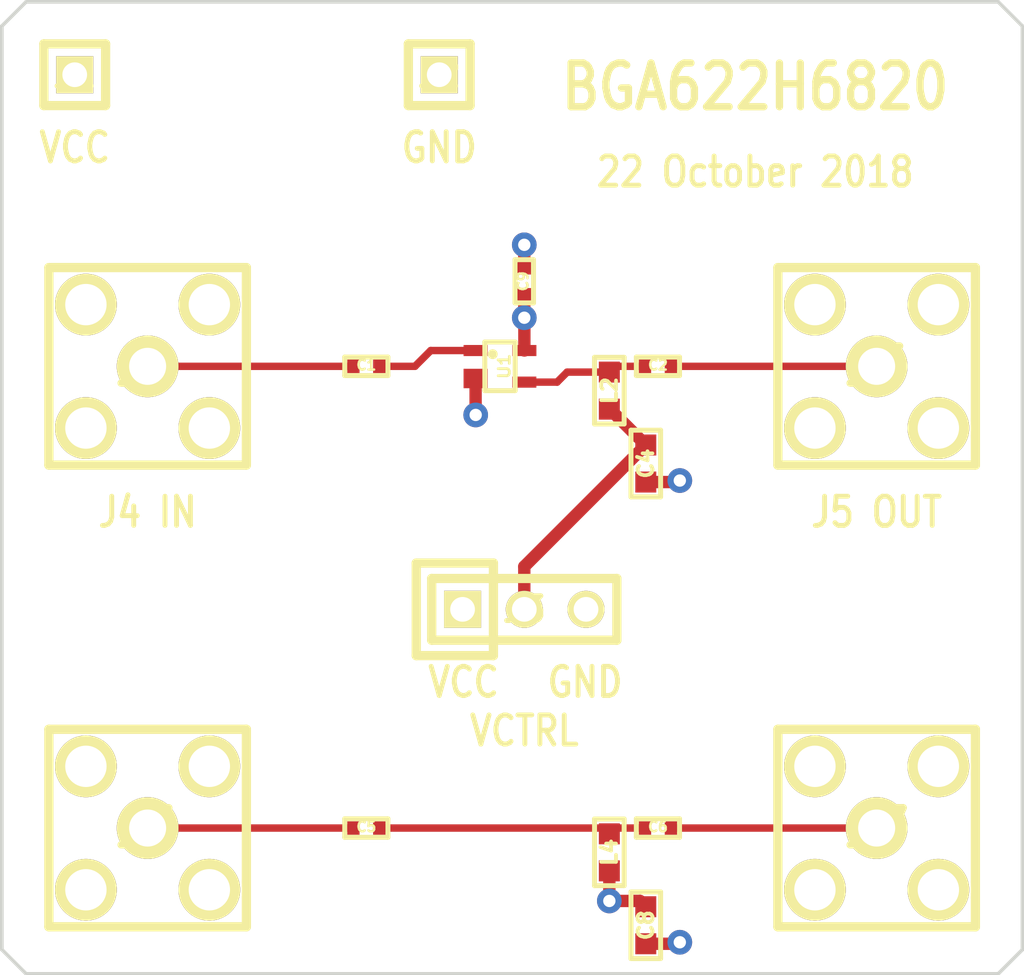
<source format=kicad_pcb>
(kicad_pcb (version 4) (host pcbnew 4.0.6)

  (general
    (links 37)
    (no_connects 0)
    (area 121.563572 65.924999 168.436428 106.075001)
    (thickness 1.6)
    (drawings 17)
    (tracks 39)
    (zones 0)
    (modules 17)
    (nets 11)
  )

  (page A4)
  (layers
    (0 C1F.Cu signal)
    (1 C2.Cu signal)
    (2 C3.Cu signal)
    (31 C4B.Cu signal)
    (32 B.Adhes user)
    (33 F.Adhes user)
    (34 B.Paste user)
    (35 F.Paste user)
    (36 B.SilkS user)
    (37 F.SilkS user)
    (38 B.Mask user)
    (39 F.Mask user)
    (40 Dwgs.User user)
    (41 Cmts.User user)
    (42 Eco1.User user)
    (43 Eco2.User user)
    (44 Edge.Cuts user)
    (45 Margin user)
    (46 B.CrtYd user)
    (47 F.CrtYd user)
    (48 B.Fab user)
    (49 F.Fab user)
  )

  (setup
    (last_trace_width 0.508)
    (user_trace_width 0.3048)
    (user_trace_width 0.508)
    (trace_clearance 0.127)
    (zone_clearance 0.1524)
    (zone_45_only no)
    (trace_min 0.127)
    (segment_width 0.2)
    (edge_width 0.15)
    (via_size 0.508)
    (via_drill 0.254)
    (via_min_size 0.4572)
    (via_min_drill 0.254)
    (user_via 0.762 0.381)
    (user_via 1.016 0.508)
    (uvia_size 0.4572)
    (uvia_drill 0.254)
    (uvias_allowed no)
    (uvia_min_size 0)
    (uvia_min_drill 0)
    (pcb_text_width 0.3)
    (pcb_text_size 1.5 1.5)
    (mod_edge_width 0.15)
    (mod_text_size 1 1)
    (mod_text_width 0.15)
    (pad_size 1.524 1.524)
    (pad_drill 0.762)
    (pad_to_mask_clearance 0.0762)
    (pad_to_paste_clearance_ratio -0.05)
    (aux_axis_origin 0 0)
    (visible_elements FFFFFF7F)
    (pcbplotparams
      (layerselection 0x010f8_80000007)
      (usegerberextensions true)
      (excludeedgelayer true)
      (linewidth 0.200000)
      (plotframeref false)
      (viasonmask false)
      (mode 1)
      (useauxorigin false)
      (hpglpennumber 1)
      (hpglpenspeed 20)
      (hpglpendiameter 15)
      (hpglpenoverlay 2)
      (psnegative false)
      (psa4output false)
      (plotreference false)
      (plotvalue false)
      (plotinvisibletext false)
      (padsonsilk false)
      (subtractmaskfromsilk false)
      (outputformat 1)
      (mirror false)
      (drillshape 0)
      (scaleselection 1)
      (outputdirectory gerber))
  )

  (net 0 "")
  (net 1 "Net-(C1-Pad2)")
  (net 2 "Net-(C1-Pad1)")
  (net 3 "Net-(C2-Pad2)")
  (net 4 "Net-(C2-Pad1)")
  (net 5 GND)
  (net 6 VCC)
  (net 7 "Net-(C5-Pad2)")
  (net 8 "Net-(C5-Pad1)")
  (net 9 "Net-(C6-Pad1)")
  (net 10 "Net-(C4-Pad2)")

  (net_class Default "This is the default net class."
    (clearance 0.127)
    (trace_width 0.2032)
    (via_dia 0.508)
    (via_drill 0.254)
    (uvia_dia 0.4572)
    (uvia_drill 0.254)
    (add_net GND)
    (add_net "Net-(C1-Pad1)")
    (add_net "Net-(C1-Pad2)")
    (add_net "Net-(C2-Pad1)")
    (add_net "Net-(C2-Pad2)")
    (add_net "Net-(C4-Pad2)")
    (add_net "Net-(C5-Pad1)")
    (add_net "Net-(C5-Pad2)")
    (add_net "Net-(C6-Pad1)")
    (add_net VCC)
  )

  (module gsg-modules:0402 (layer C1F.Cu) (tedit 4FB6CFE4) (tstamp 5BCE4E4D)
    (at 139 81 180)
    (path /5BCE4C25)
    (solder_mask_margin 0.1016)
    (fp_text reference C1 (at 0 0.0508 180) (layer F.SilkS)
      (effects (font (size 0.4064 0.4064) (thickness 0.1016)))
    )
    (fp_text value 100nF (at 0 0.0508 180) (layer F.SilkS) hide
      (effects (font (size 0.4064 0.4064) (thickness 0.1016)))
    )
    (fp_line (start 0.889 -0.381) (end 0.889 0.381) (layer F.SilkS) (width 0.2032))
    (fp_line (start 0.889 0.381) (end -0.889 0.381) (layer F.SilkS) (width 0.2032))
    (fp_line (start -0.889 0.381) (end -0.889 -0.381) (layer F.SilkS) (width 0.2032))
    (fp_line (start -0.889 -0.381) (end 0.889 -0.381) (layer F.SilkS) (width 0.2032))
    (pad 2 smd rect (at 0.5334 0 180) (size 0.508 0.5588) (layers C1F.Cu F.Paste F.Mask)
      (net 1 "Net-(C1-Pad2)") (solder_mask_margin 0.1016))
    (pad 1 smd rect (at -0.5334 0 180) (size 0.508 0.5588) (layers C1F.Cu F.Paste F.Mask)
      (net 2 "Net-(C1-Pad1)") (solder_mask_margin 0.1016))
  )

  (module gsg-modules:0402 (layer C1F.Cu) (tedit 4FB6CFE4) (tstamp 5BCE4E53)
    (at 151 81 180)
    (path /5BCE4BA2)
    (solder_mask_margin 0.1016)
    (fp_text reference C2 (at 0 0.0508 180) (layer F.SilkS)
      (effects (font (size 0.4064 0.4064) (thickness 0.1016)))
    )
    (fp_text value 100nF (at 0 0.0508 180) (layer F.SilkS) hide
      (effects (font (size 0.4064 0.4064) (thickness 0.1016)))
    )
    (fp_line (start 0.889 -0.381) (end 0.889 0.381) (layer F.SilkS) (width 0.2032))
    (fp_line (start 0.889 0.381) (end -0.889 0.381) (layer F.SilkS) (width 0.2032))
    (fp_line (start -0.889 0.381) (end -0.889 -0.381) (layer F.SilkS) (width 0.2032))
    (fp_line (start -0.889 -0.381) (end 0.889 -0.381) (layer F.SilkS) (width 0.2032))
    (pad 2 smd rect (at 0.5334 0 180) (size 0.508 0.5588) (layers C1F.Cu F.Paste F.Mask)
      (net 3 "Net-(C2-Pad2)") (solder_mask_margin 0.1016))
    (pad 1 smd rect (at -0.5334 0 180) (size 0.508 0.5588) (layers C1F.Cu F.Paste F.Mask)
      (net 4 "Net-(C2-Pad1)") (solder_mask_margin 0.1016))
  )

  (module gsg-modules:0603 (layer C1F.Cu) (tedit 5605D54C) (tstamp 5BCE4E5F)
    (at 150.5 85 90)
    (path /5BCE4E0B)
    (solder_mask_margin 0.1016)
    (fp_text reference C4 (at 0 0 90) (layer F.SilkS)
      (effects (font (size 0.6096 0.6096) (thickness 0.1524)))
    )
    (fp_text value 1uF (at 0 0 90) (layer F.SilkS) hide
      (effects (font (size 0.6096 0.6096) (thickness 0.1524)))
    )
    (fp_line (start 1.3716 -0.6096) (end -1.3716 -0.6096) (layer F.SilkS) (width 0.2032))
    (fp_line (start -1.3716 -0.6096) (end -1.3716 0.6096) (layer F.SilkS) (width 0.2032))
    (fp_line (start -1.3716 0.6096) (end 1.3716 0.6096) (layer F.SilkS) (width 0.2032))
    (fp_line (start 1.3716 0.6096) (end 1.3716 -0.6096) (layer F.SilkS) (width 0.2032))
    (pad 2 smd rect (at 0.762 0 90) (size 0.8636 0.8636) (layers C1F.Cu F.Paste F.Mask)
      (net 10 "Net-(C4-Pad2)") (solder_mask_margin 0.1016) (clearance 0.1778))
    (pad 1 smd rect (at -0.762 0 90) (size 0.8636 0.8636) (layers C1F.Cu F.Paste F.Mask)
      (net 5 GND) (solder_mask_margin 0.1016) (clearance 0.1778))
  )

  (module gsg-modules:0402 (layer C1F.Cu) (tedit 4FB6CFE4) (tstamp 5BCE4E65)
    (at 139 100 180)
    (path /5BCE6029)
    (solder_mask_margin 0.1016)
    (fp_text reference C5 (at 0 0.0508 180) (layer F.SilkS)
      (effects (font (size 0.4064 0.4064) (thickness 0.1016)))
    )
    (fp_text value 100nF (at 0 0.0508 180) (layer F.SilkS) hide
      (effects (font (size 0.4064 0.4064) (thickness 0.1016)))
    )
    (fp_line (start 0.889 -0.381) (end 0.889 0.381) (layer F.SilkS) (width 0.2032))
    (fp_line (start 0.889 0.381) (end -0.889 0.381) (layer F.SilkS) (width 0.2032))
    (fp_line (start -0.889 0.381) (end -0.889 -0.381) (layer F.SilkS) (width 0.2032))
    (fp_line (start -0.889 -0.381) (end 0.889 -0.381) (layer F.SilkS) (width 0.2032))
    (pad 2 smd rect (at 0.5334 0 180) (size 0.508 0.5588) (layers C1F.Cu F.Paste F.Mask)
      (net 7 "Net-(C5-Pad2)") (solder_mask_margin 0.1016))
    (pad 1 smd rect (at -0.5334 0 180) (size 0.508 0.5588) (layers C1F.Cu F.Paste F.Mask)
      (net 8 "Net-(C5-Pad1)") (solder_mask_margin 0.1016))
  )

  (module gsg-modules:0402 (layer C1F.Cu) (tedit 4FB6CFE4) (tstamp 5BCE4E6B)
    (at 151 100 180)
    (path /5BCE6023)
    (solder_mask_margin 0.1016)
    (fp_text reference C6 (at 0 0.0508 180) (layer F.SilkS)
      (effects (font (size 0.4064 0.4064) (thickness 0.1016)))
    )
    (fp_text value 100nF (at 0 0.0508 180) (layer F.SilkS) hide
      (effects (font (size 0.4064 0.4064) (thickness 0.1016)))
    )
    (fp_line (start 0.889 -0.381) (end 0.889 0.381) (layer F.SilkS) (width 0.2032))
    (fp_line (start 0.889 0.381) (end -0.889 0.381) (layer F.SilkS) (width 0.2032))
    (fp_line (start -0.889 0.381) (end -0.889 -0.381) (layer F.SilkS) (width 0.2032))
    (fp_line (start -0.889 -0.381) (end 0.889 -0.381) (layer F.SilkS) (width 0.2032))
    (pad 2 smd rect (at 0.5334 0 180) (size 0.508 0.5588) (layers C1F.Cu F.Paste F.Mask)
      (net 8 "Net-(C5-Pad1)") (solder_mask_margin 0.1016))
    (pad 1 smd rect (at -0.5334 0 180) (size 0.508 0.5588) (layers C1F.Cu F.Paste F.Mask)
      (net 9 "Net-(C6-Pad1)") (solder_mask_margin 0.1016))
  )

  (module gsg-modules:0603 (layer C1F.Cu) (tedit 5605D54C) (tstamp 5BCE4E77)
    (at 150.5 104 90)
    (path /5BCE6035)
    (solder_mask_margin 0.1016)
    (fp_text reference C8 (at 0 0 90) (layer F.SilkS)
      (effects (font (size 0.6096 0.6096) (thickness 0.1524)))
    )
    (fp_text value 1uF (at 0 0 90) (layer F.SilkS) hide
      (effects (font (size 0.6096 0.6096) (thickness 0.1524)))
    )
    (fp_line (start 1.3716 -0.6096) (end -1.3716 -0.6096) (layer F.SilkS) (width 0.2032))
    (fp_line (start -1.3716 -0.6096) (end -1.3716 0.6096) (layer F.SilkS) (width 0.2032))
    (fp_line (start -1.3716 0.6096) (end 1.3716 0.6096) (layer F.SilkS) (width 0.2032))
    (fp_line (start 1.3716 0.6096) (end 1.3716 -0.6096) (layer F.SilkS) (width 0.2032))
    (pad 2 smd rect (at 0.762 0 90) (size 0.8636 0.8636) (layers C1F.Cu F.Paste F.Mask)
      (net 6 VCC) (solder_mask_margin 0.1016) (clearance 0.1778))
    (pad 1 smd rect (at -0.762 0 90) (size 0.8636 0.8636) (layers C1F.Cu F.Paste F.Mask)
      (net 5 GND) (solder_mask_margin 0.1016) (clearance 0.1778))
  )

  (module gsg-modules:HEADER-1x1 (layer C1F.Cu) (tedit 4F8A5E1C) (tstamp 5BCE4E7C)
    (at 127 69)
    (tags CONN)
    (path /5BCE598B)
    (fp_text reference J1 (at 0 0) (layer F.SilkS)
      (effects (font (size 1.016 1.016) (thickness 0.2032)))
    )
    (fp_text value CONN_01X01 (at 0 0) (layer F.SilkS) hide
      (effects (font (size 1.016 1.016) (thickness 0.2032)))
    )
    (fp_line (start -1.27 -1.27) (end 1.27 -1.27) (layer F.SilkS) (width 0.381))
    (fp_line (start 1.27 -1.27) (end 1.27 1.27) (layer F.SilkS) (width 0.381))
    (fp_line (start 1.27 1.27) (end -1.27 1.27) (layer F.SilkS) (width 0.381))
    (fp_line (start -1.27 -1.27) (end -1.27 1.27) (layer F.SilkS) (width 0.381))
    (pad 1 thru_hole rect (at 0 0) (size 1.524 1.524) (drill 1.016) (layers *.Cu *.Mask F.SilkS)
      (net 6 VCC))
  )

  (module gsg-modules:HEADER-1x1 (layer C1F.Cu) (tedit 4F8A5E1C) (tstamp 5BCE4E81)
    (at 142 69)
    (tags CONN)
    (path /5BCE5A4E)
    (fp_text reference J2 (at 0 0) (layer F.SilkS)
      (effects (font (size 1.016 1.016) (thickness 0.2032)))
    )
    (fp_text value CONN_01X01 (at 0 0) (layer F.SilkS) hide
      (effects (font (size 1.016 1.016) (thickness 0.2032)))
    )
    (fp_line (start -1.27 -1.27) (end 1.27 -1.27) (layer F.SilkS) (width 0.381))
    (fp_line (start 1.27 -1.27) (end 1.27 1.27) (layer F.SilkS) (width 0.381))
    (fp_line (start 1.27 1.27) (end -1.27 1.27) (layer F.SilkS) (width 0.381))
    (fp_line (start -1.27 -1.27) (end -1.27 1.27) (layer F.SilkS) (width 0.381))
    (pad 1 thru_hole rect (at 0 0) (size 1.524 1.524) (drill 1.016) (layers *.Cu *.Mask F.SilkS)
      (net 5 GND))
  )

  (module gsg-modules:HEADER-1x3 (layer C1F.Cu) (tedit 4F8A5ED8) (tstamp 5BCE4E88)
    (at 145.5 91)
    (tags CONN)
    (path /5BCE5466)
    (fp_text reference J3 (at 0 0) (layer F.SilkS)
      (effects (font (size 1.016 1.016) (thickness 0.2032)))
    )
    (fp_text value CONN_01X03 (at 0 0) (layer F.SilkS) hide
      (effects (font (size 1.016 1.016) (thickness 0.2032)))
    )
    (fp_line (start -3.81 -1.27) (end 3.81 -1.27) (layer F.SilkS) (width 0.381))
    (fp_line (start 3.81 -1.27) (end 3.81 1.27) (layer F.SilkS) (width 0.381))
    (fp_line (start 3.81 1.27) (end -3.81 1.27) (layer F.SilkS) (width 0.381))
    (fp_line (start -1.27 1.905) (end -1.27 -1.905) (layer F.SilkS) (width 0.381))
    (fp_line (start -1.27 -1.905) (end -4.445 -1.905) (layer F.SilkS) (width 0.381))
    (fp_line (start -4.445 -1.905) (end -4.445 1.905) (layer F.SilkS) (width 0.381))
    (fp_line (start -3.81 -1.27) (end -3.81 1.27) (layer F.SilkS) (width 0.381))
    (fp_line (start -4.445 1.905) (end -1.27 1.905) (layer F.SilkS) (width 0.381))
    (pad 1 thru_hole rect (at -2.54 0) (size 1.524 1.524) (drill 1.016) (layers *.Cu *.Mask F.SilkS)
      (net 6 VCC))
    (pad 2 thru_hole circle (at 0 0) (size 1.524 1.524) (drill 1.016) (layers *.Cu *.Mask F.SilkS)
      (net 10 "Net-(C4-Pad2)"))
    (pad 3 thru_hole circle (at 2.54 0) (size 1.524 1.524) (drill 1.016) (layers *.Cu *.Mask F.SilkS)
      (net 5 GND))
  )

  (module gsg-modules:SMA-VERTICAL (layer C1F.Cu) (tedit 56DA6AD7) (tstamp 5BCE4E91)
    (at 130 81)
    (path /5BCE498F)
    (fp_text reference J4 (at 0 0) (layer F.SilkS)
      (effects (font (thickness 0.3048)))
    )
    (fp_text value CONN_COAXIAL (at 0 0) (layer F.SilkS) hide
      (effects (font (thickness 0.3048)))
    )
    (fp_line (start -4.064 -4.064) (end -4.064 4.064) (layer F.SilkS) (width 0.381))
    (fp_line (start -4.064 4.064) (end 4.064 4.064) (layer F.SilkS) (width 0.381))
    (fp_line (start 4.064 4.064) (end 4.064 -4.064) (layer F.SilkS) (width 0.381))
    (fp_line (start 4.064 -4.064) (end -4.064 -4.064) (layer F.SilkS) (width 0.381))
    (pad 1 thru_hole circle (at 0 0) (size 2.54 2.54) (drill 1.524) (layers *.Cu *.Mask F.SilkS)
      (net 1 "Net-(C1-Pad2)"))
    (pad 2 thru_hole circle (at -2.54 -2.54) (size 2.54 2.54) (drill 1.7018) (layers *.Cu *.Mask F.SilkS)
      (net 5 GND))
    (pad 2 thru_hole circle (at -2.54 2.54) (size 2.54 2.54) (drill 1.7018) (layers *.Cu *.Mask F.SilkS)
      (net 5 GND))
    (pad 2 thru_hole circle (at 2.54 2.54) (size 2.54 2.54) (drill 1.7018) (layers *.Cu *.Mask F.SilkS)
      (net 5 GND))
    (pad 2 thru_hole circle (at 2.54 -2.54) (size 2.54 2.54) (drill 1.7018) (layers *.Cu *.Mask F.SilkS)
      (net 5 GND))
  )

  (module gsg-modules:SMA-VERTICAL (layer C1F.Cu) (tedit 56DA6AD7) (tstamp 5BCE4E9A)
    (at 160 81)
    (path /5BCE48F3)
    (fp_text reference J5 (at 0 0) (layer F.SilkS)
      (effects (font (thickness 0.3048)))
    )
    (fp_text value CONN_COAXIAL (at 0 0) (layer F.SilkS) hide
      (effects (font (thickness 0.3048)))
    )
    (fp_line (start -4.064 -4.064) (end -4.064 4.064) (layer F.SilkS) (width 0.381))
    (fp_line (start -4.064 4.064) (end 4.064 4.064) (layer F.SilkS) (width 0.381))
    (fp_line (start 4.064 4.064) (end 4.064 -4.064) (layer F.SilkS) (width 0.381))
    (fp_line (start 4.064 -4.064) (end -4.064 -4.064) (layer F.SilkS) (width 0.381))
    (pad 1 thru_hole circle (at 0 0) (size 2.54 2.54) (drill 1.524) (layers *.Cu *.Mask F.SilkS)
      (net 4 "Net-(C2-Pad1)"))
    (pad 2 thru_hole circle (at -2.54 -2.54) (size 2.54 2.54) (drill 1.7018) (layers *.Cu *.Mask F.SilkS)
      (net 5 GND))
    (pad 2 thru_hole circle (at -2.54 2.54) (size 2.54 2.54) (drill 1.7018) (layers *.Cu *.Mask F.SilkS)
      (net 5 GND))
    (pad 2 thru_hole circle (at 2.54 2.54) (size 2.54 2.54) (drill 1.7018) (layers *.Cu *.Mask F.SilkS)
      (net 5 GND))
    (pad 2 thru_hole circle (at 2.54 -2.54) (size 2.54 2.54) (drill 1.7018) (layers *.Cu *.Mask F.SilkS)
      (net 5 GND))
  )

  (module gsg-modules:SMA-VERTICAL (layer C1F.Cu) (tedit 56DA6AD7) (tstamp 5BCE4EA3)
    (at 130 100)
    (path /5BCE6017)
    (fp_text reference J6 (at 0 0) (layer F.SilkS)
      (effects (font (thickness 0.3048)))
    )
    (fp_text value CONN_COAXIAL (at 0 0) (layer F.SilkS) hide
      (effects (font (thickness 0.3048)))
    )
    (fp_line (start -4.064 -4.064) (end -4.064 4.064) (layer F.SilkS) (width 0.381))
    (fp_line (start -4.064 4.064) (end 4.064 4.064) (layer F.SilkS) (width 0.381))
    (fp_line (start 4.064 4.064) (end 4.064 -4.064) (layer F.SilkS) (width 0.381))
    (fp_line (start 4.064 -4.064) (end -4.064 -4.064) (layer F.SilkS) (width 0.381))
    (pad 1 thru_hole circle (at 0 0) (size 2.54 2.54) (drill 1.524) (layers *.Cu *.Mask F.SilkS)
      (net 7 "Net-(C5-Pad2)"))
    (pad 2 thru_hole circle (at -2.54 -2.54) (size 2.54 2.54) (drill 1.7018) (layers *.Cu *.Mask F.SilkS)
      (net 5 GND))
    (pad 2 thru_hole circle (at -2.54 2.54) (size 2.54 2.54) (drill 1.7018) (layers *.Cu *.Mask F.SilkS)
      (net 5 GND))
    (pad 2 thru_hole circle (at 2.54 2.54) (size 2.54 2.54) (drill 1.7018) (layers *.Cu *.Mask F.SilkS)
      (net 5 GND))
    (pad 2 thru_hole circle (at 2.54 -2.54) (size 2.54 2.54) (drill 1.7018) (layers *.Cu *.Mask F.SilkS)
      (net 5 GND))
  )

  (module gsg-modules:SMA-VERTICAL (layer C1F.Cu) (tedit 56DA6AD7) (tstamp 5BCE4EAC)
    (at 160 100)
    (path /5BCE6011)
    (fp_text reference J7 (at 0 0) (layer F.SilkS)
      (effects (font (thickness 0.3048)))
    )
    (fp_text value CONN_COAXIAL (at 0 0) (layer F.SilkS) hide
      (effects (font (thickness 0.3048)))
    )
    (fp_line (start -4.064 -4.064) (end -4.064 4.064) (layer F.SilkS) (width 0.381))
    (fp_line (start -4.064 4.064) (end 4.064 4.064) (layer F.SilkS) (width 0.381))
    (fp_line (start 4.064 4.064) (end 4.064 -4.064) (layer F.SilkS) (width 0.381))
    (fp_line (start 4.064 -4.064) (end -4.064 -4.064) (layer F.SilkS) (width 0.381))
    (pad 1 thru_hole circle (at 0 0) (size 2.54 2.54) (drill 1.524) (layers *.Cu *.Mask F.SilkS)
      (net 9 "Net-(C6-Pad1)"))
    (pad 2 thru_hole circle (at -2.54 -2.54) (size 2.54 2.54) (drill 1.7018) (layers *.Cu *.Mask F.SilkS)
      (net 5 GND))
    (pad 2 thru_hole circle (at -2.54 2.54) (size 2.54 2.54) (drill 1.7018) (layers *.Cu *.Mask F.SilkS)
      (net 5 GND))
    (pad 2 thru_hole circle (at 2.54 2.54) (size 2.54 2.54) (drill 1.7018) (layers *.Cu *.Mask F.SilkS)
      (net 5 GND))
    (pad 2 thru_hole circle (at 2.54 -2.54) (size 2.54 2.54) (drill 1.7018) (layers *.Cu *.Mask F.SilkS)
      (net 5 GND))
  )

  (module gsg-modules:0603 (layer C1F.Cu) (tedit 5605D54C) (tstamp 5BCE4EB8)
    (at 149 82 270)
    (path /5BCE4D52)
    (solder_mask_margin 0.1016)
    (fp_text reference L2 (at 0 0 270) (layer F.SilkS)
      (effects (font (size 0.6096 0.6096) (thickness 0.1524)))
    )
    (fp_text value 10uH (at 0 0 270) (layer F.SilkS) hide
      (effects (font (size 0.6096 0.6096) (thickness 0.1524)))
    )
    (fp_line (start 1.3716 -0.6096) (end -1.3716 -0.6096) (layer F.SilkS) (width 0.2032))
    (fp_line (start -1.3716 -0.6096) (end -1.3716 0.6096) (layer F.SilkS) (width 0.2032))
    (fp_line (start -1.3716 0.6096) (end 1.3716 0.6096) (layer F.SilkS) (width 0.2032))
    (fp_line (start 1.3716 0.6096) (end 1.3716 -0.6096) (layer F.SilkS) (width 0.2032))
    (pad 2 smd rect (at 0.762 0 270) (size 0.8636 0.8636) (layers C1F.Cu F.Paste F.Mask)
      (net 10 "Net-(C4-Pad2)") (solder_mask_margin 0.1016) (clearance 0.1778))
    (pad 1 smd rect (at -0.762 0 270) (size 0.8636 0.8636) (layers C1F.Cu F.Paste F.Mask)
      (net 3 "Net-(C2-Pad2)") (solder_mask_margin 0.1016) (clearance 0.1778))
  )

  (module gsg-modules:0603 (layer C1F.Cu) (tedit 5605D54C) (tstamp 5BCE4EC4)
    (at 149 101 270)
    (path /5BCE602F)
    (solder_mask_margin 0.1016)
    (fp_text reference L4 (at 0 0 270) (layer F.SilkS)
      (effects (font (size 0.6096 0.6096) (thickness 0.1524)))
    )
    (fp_text value 10uH (at 0 0 270) (layer F.SilkS) hide
      (effects (font (size 0.6096 0.6096) (thickness 0.1524)))
    )
    (fp_line (start 1.3716 -0.6096) (end -1.3716 -0.6096) (layer F.SilkS) (width 0.2032))
    (fp_line (start -1.3716 -0.6096) (end -1.3716 0.6096) (layer F.SilkS) (width 0.2032))
    (fp_line (start -1.3716 0.6096) (end 1.3716 0.6096) (layer F.SilkS) (width 0.2032))
    (fp_line (start 1.3716 0.6096) (end 1.3716 -0.6096) (layer F.SilkS) (width 0.2032))
    (pad 2 smd rect (at 0.762 0 270) (size 0.8636 0.8636) (layers C1F.Cu F.Paste F.Mask)
      (net 6 VCC) (solder_mask_margin 0.1016) (clearance 0.1778))
    (pad 1 smd rect (at -0.762 0 270) (size 0.8636 0.8636) (layers C1F.Cu F.Paste F.Mask)
      (net 8 "Net-(C5-Pad1)") (solder_mask_margin 0.1016) (clearance 0.1778))
  )

  (module gsg-modules:0402 (layer C1F.Cu) (tedit 4FB6CFE4) (tstamp 5BCE4F82)
    (at 145.5 77.5 270)
    (path /5BCE58AF)
    (solder_mask_margin 0.1016)
    (fp_text reference C9 (at 0 0.0508 270) (layer F.SilkS)
      (effects (font (size 0.4064 0.4064) (thickness 0.1016)))
    )
    (fp_text value 100nF (at 0 0.0508 270) (layer F.SilkS) hide
      (effects (font (size 0.4064 0.4064) (thickness 0.1016)))
    )
    (fp_line (start 0.889 -0.381) (end 0.889 0.381) (layer F.SilkS) (width 0.2032))
    (fp_line (start 0.889 0.381) (end -0.889 0.381) (layer F.SilkS) (width 0.2032))
    (fp_line (start -0.889 0.381) (end -0.889 -0.381) (layer F.SilkS) (width 0.2032))
    (fp_line (start -0.889 -0.381) (end 0.889 -0.381) (layer F.SilkS) (width 0.2032))
    (pad 2 smd rect (at 0.5334 0 270) (size 0.508 0.5588) (layers C1F.Cu F.Paste F.Mask)
      (net 6 VCC) (solder_mask_margin 0.1016))
    (pad 1 smd rect (at -0.5334 0 270) (size 0.508 0.5588) (layers C1F.Cu F.Paste F.Mask)
      (net 5 GND) (solder_mask_margin 0.1016))
  )

  (module gsg-modules:SOT343 (layer C1F.Cu) (tedit 50A999BA) (tstamp 5BCE6D7A)
    (at 144.5 81 270)
    (path /5BCE6C79)
    (fp_text reference U1 (at 0 -0.1778 270) (layer F.SilkS)
      (effects (font (size 0.4572 0.508) (thickness 0.1143)))
    )
    (fp_text value BGA622 (at 0 0 270) (layer F.SilkS) hide
      (effects (font (size 0.635 0.635) (thickness 0.16002)))
    )
    (fp_line (start -1.00076 -0.62484) (end 1.00076 -0.62484) (layer F.SilkS) (width 0.2032))
    (fp_line (start 1.00076 -0.62484) (end 1.00076 0.62484) (layer F.SilkS) (width 0.2032))
    (fp_line (start 1.00076 0.62484) (end -1.00076 0.62484) (layer F.SilkS) (width 0.2032))
    (fp_line (start -1.00076 0.62484) (end -1.00076 -0.62484) (layer F.SilkS) (width 0.2032))
    (fp_circle (center -0.50038 0.29972) (end -0.39878 0.29972) (layer F.SilkS) (width 0.2032))
    (pad 1 smd rect (at -0.65024 1.0033 270) (size 0.4572 0.9906) (layers C1F.Cu F.Paste F.Mask)
      (net 2 "Net-(C1-Pad1)") (die_length 0.08382))
    (pad 2 smd rect (at 0.50038 1.0033 270) (size 0.8001 0.9906) (layers C1F.Cu F.Paste F.Mask)
      (net 5 GND) (die_length -2147.483648))
    (pad 4 smd rect (at -0.65024 -1.0033 270) (size 0.4572 0.9906) (layers C1F.Cu F.Paste F.Mask)
      (net 6 VCC) (die_length -2147.483648))
    (pad 3 smd rect (at 0.65024 -1.00076 270) (size 0.4572 0.9906) (layers C1F.Cu F.Paste F.Mask)
      (net 3 "Net-(C2-Pad2)") (die_length 0.12192))
  )

  (gr_text "J5 OUT" (at 160 87) (layer F.SilkS)
    (effects (font (size 1.2 1) (thickness 0.2)))
  )
  (gr_text "J4 IN" (at 130 87) (layer F.SilkS)
    (effects (font (size 1.2 1) (thickness 0.2)))
  )
  (gr_text "22 October 2018" (at 155 73) (layer F.SilkS)
    (effects (font (size 1.2 1) (thickness 0.2)))
  )
  (gr_text BGA622H6820 (at 155 69.5) (layer F.SilkS)
    (effects (font (size 1.8 1.5) (thickness 0.3)))
  )
  (gr_text VCTRL (at 145.5 96) (layer F.SilkS)
    (effects (font (size 1.2 1) (thickness 0.2)))
  )
  (gr_text GND (at 148 94) (layer F.SilkS)
    (effects (font (size 1.2 1) (thickness 0.2)))
  )
  (gr_text VCC (at 143 94) (layer F.SilkS)
    (effects (font (size 1.2 1) (thickness 0.2)))
  )
  (gr_text GND (at 142 72) (layer F.SilkS)
    (effects (font (size 1.2 1) (thickness 0.2)))
  )
  (gr_text VCC (at 127 72) (layer F.SilkS)
    (effects (font (size 1.2 1) (thickness 0.2)))
  )
  (gr_line (start 125 66) (end 124 67) (angle 90) (layer Edge.Cuts) (width 0.15))
  (gr_line (start 165 66) (end 125 66) (angle 90) (layer Edge.Cuts) (width 0.15))
  (gr_line (start 166 67) (end 165 66) (angle 90) (layer Edge.Cuts) (width 0.15))
  (gr_line (start 166 105) (end 166 67) (angle 90) (layer Edge.Cuts) (width 0.15))
  (gr_line (start 165 106) (end 166 105) (angle 90) (layer Edge.Cuts) (width 0.15))
  (gr_line (start 125 106) (end 165 106) (angle 90) (layer Edge.Cuts) (width 0.15))
  (gr_line (start 124 105) (end 125 106) (angle 90) (layer Edge.Cuts) (width 0.15))
  (gr_line (start 124 67) (end 124 105) (angle 90) (layer Edge.Cuts) (width 0.15))

  (segment (start 138.4666 81) (end 130 81) (width 0.3048) (layer C1F.Cu) (net 1))
  (segment (start 143.4967 80.34976) (end 141.65024 80.34976) (width 0.3048) (layer C1F.Cu) (net 2))
  (segment (start 141 81) (end 139.5334 81) (width 0.3048) (layer C1F.Cu) (net 2) (tstamp 5BCE6DBF))
  (segment (start 141.65024 80.34976) (end 141 81) (width 0.3048) (layer C1F.Cu) (net 2) (tstamp 5BCE6DBE))
  (segment (start 145.50076 81.65024) (end 146.84976 81.65024) (width 0.3048) (layer C1F.Cu) (net 3))
  (segment (start 147.262 81.238) (end 149 81.238) (width 0.3048) (layer C1F.Cu) (net 3) (tstamp 5BCE6DC3))
  (segment (start 146.84976 81.65024) (end 147.262 81.238) (width 0.3048) (layer C1F.Cu) (net 3) (tstamp 5BCE6DC2))
  (segment (start 150.4666 81) (end 149.238 81) (width 0.3048) (layer C1F.Cu) (net 3))
  (segment (start 149.238 81) (end 149 81.238) (width 0.3048) (layer C1F.Cu) (net 3) (tstamp 5BCE538E))
  (segment (start 151.5334 81) (end 160 81) (width 0.3048) (layer C1F.Cu) (net 4))
  (segment (start 145.5 76.9666) (end 145.5 76) (width 0.508) (layer C1F.Cu) (net 5))
  (via (at 145.5 76) (size 1.016) (drill 0.508) (layers C1F.Cu C4B.Cu) (net 5))
  (segment (start 143.4967 81.50038) (end 143.4967 82.9967) (width 0.508) (layer C1F.Cu) (net 5))
  (via (at 143.5 83) (size 1.016) (drill 0.508) (layers C1F.Cu C4B.Cu) (net 5))
  (segment (start 143.4967 82.9967) (end 143.5 83) (width 0.508) (layer C1F.Cu) (net 5) (tstamp 5BCE6DC7))
  (segment (start 150.5 104.762) (end 151.838 104.762) (width 0.508) (layer C1F.Cu) (net 5))
  (via (at 151.9 104.7) (size 1.016) (drill 0.508) (layers C1F.Cu C4B.Cu) (net 5))
  (segment (start 151.838 104.762) (end 151.9 104.7) (width 0.508) (layer C1F.Cu) (net 5) (tstamp 5BCE5534))
  (segment (start 150.5 85.762) (end 151.838 85.762) (width 0.508) (layer C1F.Cu) (net 5))
  (via (at 151.9 85.7) (size 1.016) (drill 0.508) (layers C1F.Cu C4B.Cu) (net 5))
  (segment (start 151.838 85.762) (end 151.9 85.7) (width 0.508) (layer C1F.Cu) (net 5) (tstamp 5BCE552B))
  (segment (start 145.5 78.0334) (end 145.5 79) (width 0.508) (layer C1F.Cu) (net 6))
  (segment (start 145.5033 79.0033) (end 145.5 79) (width 0.508) (layer C1F.Cu) (net 6) (tstamp 5BCE6DCC))
  (via (at 145.5 79) (size 1.016) (drill 0.508) (layers C1F.Cu C4B.Cu) (net 6))
  (segment (start 145.5033 79.0033) (end 145.5033 80.34976) (width 0.508) (layer C1F.Cu) (net 6))
  (segment (start 150.262 103) (end 149 103) (width 0.508) (layer C1F.Cu) (net 6))
  (via (at 149 103) (size 1.016) (drill 0.508) (layers C1F.Cu C4B.Cu) (net 6))
  (segment (start 149 103) (end 149 101.762) (width 0.508) (layer C1F.Cu) (net 6))
  (segment (start 150.262 103) (end 150.5 103.238) (width 0.508) (layer C1F.Cu) (net 6) (tstamp 5BCE5519))
  (segment (start 138.4666 100) (end 130 100) (width 0.3048) (layer C1F.Cu) (net 7))
  (segment (start 139.5334 100) (end 148.762 100) (width 0.3048) (layer C1F.Cu) (net 8))
  (segment (start 148.762 100) (end 149 100.238) (width 0.3048) (layer C1F.Cu) (net 8) (tstamp 5BCE6D8A))
  (segment (start 150.4666 100) (end 149.238 100) (width 0.3048) (layer C1F.Cu) (net 8))
  (segment (start 149.238 100) (end 149 100.238) (width 0.3048) (layer C1F.Cu) (net 8) (tstamp 5BCE5394))
  (segment (start 151.5334 100) (end 160 100) (width 0.3048) (layer C1F.Cu) (net 9))
  (segment (start 145.5 91) (end 145.5 89.238) (width 0.508) (layer C1F.Cu) (net 10))
  (segment (start 145.5 89.238) (end 150.5 84.238) (width 0.508) (layer C1F.Cu) (net 10) (tstamp 5BCE6DE9))
  (segment (start 149 82.762) (end 149.024 82.762) (width 0.508) (layer C1F.Cu) (net 10))
  (segment (start 149.024 82.762) (end 150.5 84.238) (width 0.508) (layer C1F.Cu) (net 10) (tstamp 5BCE6DE6))

  (zone (net 5) (net_name GND) (layer C2.Cu) (tstamp 5BCE532F) (hatch edge 0.508)
    (connect_pads (clearance 0.4))
    (min_thickness 0.2)
    (fill yes (arc_segments 16) (thermal_gap 0.508) (thermal_bridge_width 0.508))
    (polygon
      (pts
        (xy 124 66) (xy 124 106) (xy 166 106) (xy 166 66)
      )
    )
    (filled_polygon
      (pts
        (xy 165.425 67.238173) (xy 165.425 104.761827) (xy 164.761828 105.425) (xy 125.238173 105.425) (xy 124.575 104.761828)
        (xy 124.575 103.890611) (xy 126.327178 103.890611) (xy 126.462748 104.1746) (xy 127.164193 104.431805) (xy 127.910672 104.401)
        (xy 128.457252 104.1746) (xy 128.592822 103.890611) (xy 131.407178 103.890611) (xy 131.542748 104.1746) (xy 132.244193 104.431805)
        (xy 132.990672 104.401) (xy 133.537252 104.1746) (xy 133.672822 103.890611) (xy 132.54 102.757789) (xy 131.407178 103.890611)
        (xy 128.592822 103.890611) (xy 127.46 102.757789) (xy 126.327178 103.890611) (xy 124.575 103.890611) (xy 124.575 102.244193)
        (xy 125.568195 102.244193) (xy 125.599 102.990672) (xy 125.8254 103.537252) (xy 126.109389 103.672822) (xy 127.242211 102.54)
        (xy 126.109389 101.407178) (xy 125.8254 101.542748) (xy 125.568195 102.244193) (xy 124.575 102.244193) (xy 124.575 98.810611)
        (xy 126.327178 98.810611) (xy 126.462748 99.0946) (xy 127.164193 99.351805) (xy 127.910672 99.321) (xy 128.457252 99.0946)
        (xy 128.473965 99.059591) (xy 128.230308 99.646381) (xy 128.229694 100.35053) (xy 128.469964 100.932029) (xy 128.457252 100.9054)
        (xy 127.755807 100.648195) (xy 127.009328 100.679) (xy 126.462748 100.9054) (xy 126.327178 101.189389) (xy 127.46 102.322211)
        (xy 127.474142 102.308069) (xy 127.691931 102.525858) (xy 127.677789 102.54) (xy 128.810611 103.672822) (xy 129.0946 103.537252)
        (xy 129.351805 102.835807) (xy 129.321 102.089328) (xy 129.0946 101.542748) (xy 129.059591 101.526035) (xy 129.646381 101.769692)
        (xy 130.35053 101.770306) (xy 130.932029 101.530036) (xy 130.9054 101.542748) (xy 130.648195 102.244193) (xy 130.679 102.990672)
        (xy 130.9054 103.537252) (xy 131.189389 103.672822) (xy 132.322211 102.54) (xy 132.757789 102.54) (xy 133.890611 103.672822)
        (xy 134.1746 103.537252) (xy 134.298401 103.199624) (xy 147.991825 103.199624) (xy 148.144961 103.57024) (xy 148.428268 103.854043)
        (xy 148.798617 104.007825) (xy 149.199624 104.008175) (xy 149.484149 103.890611) (xy 156.327178 103.890611) (xy 156.462748 104.1746)
        (xy 157.164193 104.431805) (xy 157.910672 104.401) (xy 158.457252 104.1746) (xy 158.592822 103.890611) (xy 161.407178 103.890611)
        (xy 161.542748 104.1746) (xy 162.244193 104.431805) (xy 162.990672 104.401) (xy 163.537252 104.1746) (xy 163.672822 103.890611)
        (xy 162.54 102.757789) (xy 161.407178 103.890611) (xy 158.592822 103.890611) (xy 157.46 102.757789) (xy 156.327178 103.890611)
        (xy 149.484149 103.890611) (xy 149.57024 103.855039) (xy 149.854043 103.571732) (xy 150.007825 103.201383) (xy 150.008175 102.800376)
        (xy 149.855039 102.42976) (xy 149.669797 102.244193) (xy 155.568195 102.244193) (xy 155.599 102.990672) (xy 155.8254 103.537252)
        (xy 156.109389 103.672822) (xy 157.242211 102.54) (xy 156.109389 101.407178) (xy 155.8254 101.542748) (xy 155.568195 102.244193)
        (xy 149.669797 102.244193) (xy 149.571732 102.145957) (xy 149.201383 101.992175) (xy 148.800376 101.991825) (xy 148.42976 102.144961)
        (xy 148.145957 102.428268) (xy 147.992175 102.798617) (xy 147.991825 103.199624) (xy 134.298401 103.199624) (xy 134.431805 102.835807)
        (xy 134.401 102.089328) (xy 134.1746 101.542748) (xy 133.890611 101.407178) (xy 132.757789 102.54) (xy 132.322211 102.54)
        (xy 132.308069 102.525858) (xy 132.525858 102.308069) (xy 132.54 102.322211) (xy 133.672822 101.189389) (xy 133.537252 100.9054)
        (xy 132.835807 100.648195) (xy 132.089328 100.679) (xy 131.542748 100.9054) (xy 131.526035 100.940409) (xy 131.769692 100.353619)
        (xy 131.770306 99.64947) (xy 131.530036 99.067971) (xy 131.542748 99.0946) (xy 132.244193 99.351805) (xy 132.990672 99.321)
        (xy 133.537252 99.0946) (xy 133.672822 98.810611) (xy 156.327178 98.810611) (xy 156.462748 99.0946) (xy 157.164193 99.351805)
        (xy 157.910672 99.321) (xy 158.457252 99.0946) (xy 158.473965 99.059591) (xy 158.230308 99.646381) (xy 158.229694 100.35053)
        (xy 158.469964 100.932029) (xy 158.457252 100.9054) (xy 157.755807 100.648195) (xy 157.009328 100.679) (xy 156.462748 100.9054)
        (xy 156.327178 101.189389) (xy 157.46 102.322211) (xy 157.474142 102.308069) (xy 157.691931 102.525858) (xy 157.677789 102.54)
        (xy 158.810611 103.672822) (xy 159.0946 103.537252) (xy 159.351805 102.835807) (xy 159.321 102.089328) (xy 159.0946 101.542748)
        (xy 159.059591 101.526035) (xy 159.646381 101.769692) (xy 160.35053 101.770306) (xy 160.932029 101.530036) (xy 160.9054 101.542748)
        (xy 160.648195 102.244193) (xy 160.679 102.990672) (xy 160.9054 103.537252) (xy 161.189389 103.672822) (xy 162.322211 102.54)
        (xy 162.757789 102.54) (xy 163.890611 103.672822) (xy 164.1746 103.537252) (xy 164.431805 102.835807) (xy 164.401 102.089328)
        (xy 164.1746 101.542748) (xy 163.890611 101.407178) (xy 162.757789 102.54) (xy 162.322211 102.54) (xy 162.308069 102.525858)
        (xy 162.525858 102.308069) (xy 162.54 102.322211) (xy 163.672822 101.189389) (xy 163.537252 100.9054) (xy 162.835807 100.648195)
        (xy 162.089328 100.679) (xy 161.542748 100.9054) (xy 161.526035 100.940409) (xy 161.769692 100.353619) (xy 161.770306 99.64947)
        (xy 161.530036 99.067971) (xy 161.542748 99.0946) (xy 162.244193 99.351805) (xy 162.990672 99.321) (xy 163.537252 99.0946)
        (xy 163.672822 98.810611) (xy 162.54 97.677789) (xy 162.525858 97.691931) (xy 162.308069 97.474142) (xy 162.322211 97.46)
        (xy 162.757789 97.46) (xy 163.890611 98.592822) (xy 164.1746 98.457252) (xy 164.431805 97.755807) (xy 164.401 97.009328)
        (xy 164.1746 96.462748) (xy 163.890611 96.327178) (xy 162.757789 97.46) (xy 162.322211 97.46) (xy 161.189389 96.327178)
        (xy 160.9054 96.462748) (xy 160.648195 97.164193) (xy 160.679 97.910672) (xy 160.9054 98.457252) (xy 160.940409 98.473965)
        (xy 160.353619 98.230308) (xy 159.64947 98.229694) (xy 159.067971 98.469964) (xy 159.0946 98.457252) (xy 159.351805 97.755807)
        (xy 159.321 97.009328) (xy 159.0946 96.462748) (xy 158.810611 96.327178) (xy 157.677789 97.46) (xy 157.691931 97.474142)
        (xy 157.474142 97.691931) (xy 157.46 97.677789) (xy 156.327178 98.810611) (xy 133.672822 98.810611) (xy 132.54 97.677789)
        (xy 132.525858 97.691931) (xy 132.308069 97.474142) (xy 132.322211 97.46) (xy 132.757789 97.46) (xy 133.890611 98.592822)
        (xy 134.1746 98.457252) (xy 134.431805 97.755807) (xy 134.407391 97.164193) (xy 155.568195 97.164193) (xy 155.599 97.910672)
        (xy 155.8254 98.457252) (xy 156.109389 98.592822) (xy 157.242211 97.46) (xy 156.109389 96.327178) (xy 155.8254 96.462748)
        (xy 155.568195 97.164193) (xy 134.407391 97.164193) (xy 134.401 97.009328) (xy 134.1746 96.462748) (xy 133.890611 96.327178)
        (xy 132.757789 97.46) (xy 132.322211 97.46) (xy 131.189389 96.327178) (xy 130.9054 96.462748) (xy 130.648195 97.164193)
        (xy 130.679 97.910672) (xy 130.9054 98.457252) (xy 130.940409 98.473965) (xy 130.353619 98.230308) (xy 129.64947 98.229694)
        (xy 129.067971 98.469964) (xy 129.0946 98.457252) (xy 129.351805 97.755807) (xy 129.321 97.009328) (xy 129.0946 96.462748)
        (xy 128.810611 96.327178) (xy 127.677789 97.46) (xy 127.691931 97.474142) (xy 127.474142 97.691931) (xy 127.46 97.677789)
        (xy 126.327178 98.810611) (xy 124.575 98.810611) (xy 124.575 97.164193) (xy 125.568195 97.164193) (xy 125.599 97.910672)
        (xy 125.8254 98.457252) (xy 126.109389 98.592822) (xy 127.242211 97.46) (xy 126.109389 96.327178) (xy 125.8254 96.462748)
        (xy 125.568195 97.164193) (xy 124.575 97.164193) (xy 124.575 96.109389) (xy 126.327178 96.109389) (xy 127.46 97.242211)
        (xy 128.592822 96.109389) (xy 131.407178 96.109389) (xy 132.54 97.242211) (xy 133.672822 96.109389) (xy 156.327178 96.109389)
        (xy 157.46 97.242211) (xy 158.592822 96.109389) (xy 161.407178 96.109389) (xy 162.54 97.242211) (xy 163.672822 96.109389)
        (xy 163.537252 95.8254) (xy 162.835807 95.568195) (xy 162.089328 95.599) (xy 161.542748 95.8254) (xy 161.407178 96.109389)
        (xy 158.592822 96.109389) (xy 158.457252 95.8254) (xy 157.755807 95.568195) (xy 157.009328 95.599) (xy 156.462748 95.8254)
        (xy 156.327178 96.109389) (xy 133.672822 96.109389) (xy 133.537252 95.8254) (xy 132.835807 95.568195) (xy 132.089328 95.599)
        (xy 131.542748 95.8254) (xy 131.407178 96.109389) (xy 128.592822 96.109389) (xy 128.457252 95.8254) (xy 127.755807 95.568195)
        (xy 127.009328 95.599) (xy 126.462748 95.8254) (xy 126.327178 96.109389) (xy 124.575 96.109389) (xy 124.575 90.238)
        (xy 141.688205 90.238) (xy 141.688205 91.762) (xy 141.723069 91.947289) (xy 141.832575 92.117465) (xy 141.999661 92.23163)
        (xy 142.198 92.271795) (xy 143.722 92.271795) (xy 143.907289 92.236931) (xy 144.077465 92.127425) (xy 144.19163 91.960339)
        (xy 144.231795 91.762) (xy 144.231795 91.249926) (xy 144.237781 91.249926) (xy 144.429505 91.713932) (xy 144.784201 92.069248)
        (xy 145.247871 92.26178) (xy 145.749926 92.262219) (xy 146.213932 92.070495) (xy 146.302213 91.982368) (xy 147.275421 91.982368)
        (xy 147.348551 92.213698) (xy 147.865647 92.385917) (xy 148.409287 92.347142) (xy 148.731449 92.213698) (xy 148.804579 91.982368)
        (xy 148.04 91.217789) (xy 147.275421 91.982368) (xy 146.302213 91.982368) (xy 146.569248 91.715799) (xy 146.702982 91.39373)
        (xy 146.826302 91.691449) (xy 147.057632 91.764579) (xy 147.822211 91) (xy 148.257789 91) (xy 149.022368 91.764579)
        (xy 149.253698 91.691449) (xy 149.425917 91.174353) (xy 149.387142 90.630713) (xy 149.253698 90.308551) (xy 149.022368 90.235421)
        (xy 148.257789 91) (xy 147.822211 91) (xy 147.057632 90.235421) (xy 146.826302 90.308551) (xy 146.716281 90.638895)
        (xy 146.570495 90.286068) (xy 146.302528 90.017632) (xy 147.275421 90.017632) (xy 148.04 90.782211) (xy 148.804579 90.017632)
        (xy 148.731449 89.786302) (xy 148.214353 89.614083) (xy 147.670713 89.652858) (xy 147.348551 89.786302) (xy 147.275421 90.017632)
        (xy 146.302528 90.017632) (xy 146.215799 89.930752) (xy 145.752129 89.73822) (xy 145.250074 89.737781) (xy 144.786068 89.929505)
        (xy 144.430752 90.284201) (xy 144.23822 90.747871) (xy 144.237781 91.249926) (xy 144.231795 91.249926) (xy 144.231795 90.238)
        (xy 144.196931 90.052711) (xy 144.087425 89.882535) (xy 143.920339 89.76837) (xy 143.722 89.728205) (xy 142.198 89.728205)
        (xy 142.012711 89.763069) (xy 141.842535 89.872575) (xy 141.72837 90.039661) (xy 141.688205 90.238) (xy 124.575 90.238)
        (xy 124.575 84.890611) (xy 126.327178 84.890611) (xy 126.462748 85.1746) (xy 127.164193 85.431805) (xy 127.910672 85.401)
        (xy 128.457252 85.1746) (xy 128.592822 84.890611) (xy 131.407178 84.890611) (xy 131.542748 85.1746) (xy 132.244193 85.431805)
        (xy 132.990672 85.401) (xy 133.537252 85.1746) (xy 133.672822 84.890611) (xy 156.327178 84.890611) (xy 156.462748 85.1746)
        (xy 157.164193 85.431805) (xy 157.910672 85.401) (xy 158.457252 85.1746) (xy 158.592822 84.890611) (xy 161.407178 84.890611)
        (xy 161.542748 85.1746) (xy 162.244193 85.431805) (xy 162.990672 85.401) (xy 163.537252 85.1746) (xy 163.672822 84.890611)
        (xy 162.54 83.757789) (xy 161.407178 84.890611) (xy 158.592822 84.890611) (xy 157.46 83.757789) (xy 156.327178 84.890611)
        (xy 133.672822 84.890611) (xy 132.54 83.757789) (xy 131.407178 84.890611) (xy 128.592822 84.890611) (xy 127.46 83.757789)
        (xy 126.327178 84.890611) (xy 124.575 84.890611) (xy 124.575 83.244193) (xy 125.568195 83.244193) (xy 125.599 83.990672)
        (xy 125.8254 84.537252) (xy 126.109389 84.672822) (xy 127.242211 83.54) (xy 126.109389 82.407178) (xy 125.8254 82.542748)
        (xy 125.568195 83.244193) (xy 124.575 83.244193) (xy 124.575 79.810611) (xy 126.327178 79.810611) (xy 126.462748 80.0946)
        (xy 127.164193 80.351805) (xy 127.910672 80.321) (xy 128.457252 80.0946) (xy 128.473965 80.059591) (xy 128.230308 80.646381)
        (xy 128.229694 81.35053) (xy 128.469964 81.932029) (xy 128.457252 81.9054) (xy 127.755807 81.648195) (xy 127.009328 81.679)
        (xy 126.462748 81.9054) (xy 126.327178 82.189389) (xy 127.46 83.322211) (xy 127.474142 83.308069) (xy 127.691931 83.525858)
        (xy 127.677789 83.54) (xy 128.810611 84.672822) (xy 129.0946 84.537252) (xy 129.351805 83.835807) (xy 129.321 83.089328)
        (xy 129.0946 82.542748) (xy 129.059591 82.526035) (xy 129.646381 82.769692) (xy 130.35053 82.770306) (xy 130.932029 82.530036)
        (xy 130.9054 82.542748) (xy 130.648195 83.244193) (xy 130.679 83.990672) (xy 130.9054 84.537252) (xy 131.189389 84.672822)
        (xy 132.322211 83.54) (xy 132.757789 83.54) (xy 133.890611 84.672822) (xy 134.1746 84.537252) (xy 134.431805 83.835807)
        (xy 134.407391 83.244193) (xy 155.568195 83.244193) (xy 155.599 83.990672) (xy 155.8254 84.537252) (xy 156.109389 84.672822)
        (xy 157.242211 83.54) (xy 156.109389 82.407178) (xy 155.8254 82.542748) (xy 155.568195 83.244193) (xy 134.407391 83.244193)
        (xy 134.401 83.089328) (xy 134.1746 82.542748) (xy 133.890611 82.407178) (xy 132.757789 83.54) (xy 132.322211 83.54)
        (xy 132.308069 83.525858) (xy 132.525858 83.308069) (xy 132.54 83.322211) (xy 133.672822 82.189389) (xy 133.537252 81.9054)
        (xy 132.835807 81.648195) (xy 132.089328 81.679) (xy 131.542748 81.9054) (xy 131.526035 81.940409) (xy 131.769692 81.353619)
        (xy 131.770306 80.64947) (xy 131.530036 80.067971) (xy 131.542748 80.0946) (xy 132.244193 80.351805) (xy 132.990672 80.321)
        (xy 133.537252 80.0946) (xy 133.672822 79.810611) (xy 132.54 78.677789) (xy 132.525858 78.691931) (xy 132.308069 78.474142)
        (xy 132.322211 78.46) (xy 132.757789 78.46) (xy 133.890611 79.592822) (xy 134.1746 79.457252) (xy 134.269066 79.199624)
        (xy 144.491825 79.199624) (xy 144.644961 79.57024) (xy 144.928268 79.854043) (xy 145.298617 80.007825) (xy 145.699624 80.008175)
        (xy 146.07024 79.855039) (xy 146.114745 79.810611) (xy 156.327178 79.810611) (xy 156.462748 80.0946) (xy 157.164193 80.351805)
        (xy 157.910672 80.321) (xy 158.457252 80.0946) (xy 158.473965 80.059591) (xy 158.230308 80.646381) (xy 158.229694 81.35053)
        (xy 158.469964 81.932029) (xy 158.457252 81.9054) (xy 157.755807 81.648195) (xy 157.009328 81.679) (xy 156.462748 81.9054)
        (xy 156.327178 82.189389) (xy 157.46 83.322211) (xy 157.474142 83.308069) (xy 157.691931 83.525858) (xy 157.677789 83.54)
        (xy 158.810611 84.672822) (xy 159.0946 84.537252) (xy 159.351805 83.835807) (xy 159.321 83.089328) (xy 159.0946 82.542748)
        (xy 159.059591 82.526035) (xy 159.646381 82.769692) (xy 160.35053 82.770306) (xy 160.932029 82.530036) (xy 160.9054 82.542748)
        (xy 160.648195 83.244193) (xy 160.679 83.990672) (xy 160.9054 84.537252) (xy 161.189389 84.672822) (xy 162.322211 83.54)
        (xy 162.757789 83.54) (xy 163.890611 84.672822) (xy 164.1746 84.537252) (xy 164.431805 83.835807) (xy 164.401 83.089328)
        (xy 164.1746 82.542748) (xy 163.890611 82.407178) (xy 162.757789 83.54) (xy 162.322211 83.54) (xy 162.308069 83.525858)
        (xy 162.525858 83.308069) (xy 162.54 83.322211) (xy 163.672822 82.189389) (xy 163.537252 81.9054) (xy 162.835807 81.648195)
        (xy 162.089328 81.679) (xy 161.542748 81.9054) (xy 161.526035 81.940409) (xy 161.769692 81.353619) (xy 161.770306 80.64947)
        (xy 161.530036 80.067971) (xy 161.542748 80.0946) (xy 162.244193 80.351805) (xy 162.990672 80.321) (xy 163.537252 80.0946)
        (xy 163.672822 79.810611) (xy 162.54 78.677789) (xy 162.525858 78.691931) (xy 162.308069 78.474142) (xy 162.322211 78.46)
        (xy 162.757789 78.46) (xy 163.890611 79.592822) (xy 164.1746 79.457252) (xy 164.431805 78.755807) (xy 164.401 78.009328)
        (xy 164.1746 77.462748) (xy 163.890611 77.327178) (xy 162.757789 78.46) (xy 162.322211 78.46) (xy 161.189389 77.327178)
        (xy 160.9054 77.462748) (xy 160.648195 78.164193) (xy 160.679 78.910672) (xy 160.9054 79.457252) (xy 160.940409 79.473965)
        (xy 160.353619 79.230308) (xy 159.64947 79.229694) (xy 159.067971 79.469964) (xy 159.0946 79.457252) (xy 159.351805 78.755807)
        (xy 159.321 78.009328) (xy 159.0946 77.462748) (xy 158.810611 77.327178) (xy 157.677789 78.46) (xy 157.691931 78.474142)
        (xy 157.474142 78.691931) (xy 157.46 78.677789) (xy 156.327178 79.810611) (xy 146.114745 79.810611) (xy 146.354043 79.571732)
        (xy 146.507825 79.201383) (xy 146.508175 78.800376) (xy 146.355039 78.42976) (xy 146.089937 78.164193) (xy 155.568195 78.164193)
        (xy 155.599 78.910672) (xy 155.8254 79.457252) (xy 156.109389 79.592822) (xy 157.242211 78.46) (xy 156.109389 77.327178)
        (xy 155.8254 77.462748) (xy 155.568195 78.164193) (xy 146.089937 78.164193) (xy 146.071732 78.145957) (xy 145.701383 77.992175)
        (xy 145.300376 77.991825) (xy 144.92976 78.144961) (xy 144.645957 78.428268) (xy 144.492175 78.798617) (xy 144.491825 79.199624)
        (xy 134.269066 79.199624) (xy 134.431805 78.755807) (xy 134.401 78.009328) (xy 134.1746 77.462748) (xy 133.890611 77.327178)
        (xy 132.757789 78.46) (xy 132.322211 78.46) (xy 131.189389 77.327178) (xy 130.9054 77.462748) (xy 130.648195 78.164193)
        (xy 130.679 78.910672) (xy 130.9054 79.457252) (xy 130.940409 79.473965) (xy 130.353619 79.230308) (xy 129.64947 79.229694)
        (xy 129.067971 79.469964) (xy 129.0946 79.457252) (xy 129.351805 78.755807) (xy 129.321 78.009328) (xy 129.0946 77.462748)
        (xy 128.810611 77.327178) (xy 127.677789 78.46) (xy 127.691931 78.474142) (xy 127.474142 78.691931) (xy 127.46 78.677789)
        (xy 126.327178 79.810611) (xy 124.575 79.810611) (xy 124.575 78.164193) (xy 125.568195 78.164193) (xy 125.599 78.910672)
        (xy 125.8254 79.457252) (xy 126.109389 79.592822) (xy 127.242211 78.46) (xy 126.109389 77.327178) (xy 125.8254 77.462748)
        (xy 125.568195 78.164193) (xy 124.575 78.164193) (xy 124.575 77.109389) (xy 126.327178 77.109389) (xy 127.46 78.242211)
        (xy 128.592822 77.109389) (xy 131.407178 77.109389) (xy 132.54 78.242211) (xy 133.672822 77.109389) (xy 156.327178 77.109389)
        (xy 157.46 78.242211) (xy 158.592822 77.109389) (xy 161.407178 77.109389) (xy 162.54 78.242211) (xy 163.672822 77.109389)
        (xy 163.537252 76.8254) (xy 162.835807 76.568195) (xy 162.089328 76.599) (xy 161.542748 76.8254) (xy 161.407178 77.109389)
        (xy 158.592822 77.109389) (xy 158.457252 76.8254) (xy 157.755807 76.568195) (xy 157.009328 76.599) (xy 156.462748 76.8254)
        (xy 156.327178 77.109389) (xy 133.672822 77.109389) (xy 133.537252 76.8254) (xy 132.835807 76.568195) (xy 132.089328 76.599)
        (xy 131.542748 76.8254) (xy 131.407178 77.109389) (xy 128.592822 77.109389) (xy 128.457252 76.8254) (xy 127.755807 76.568195)
        (xy 127.009328 76.599) (xy 126.462748 76.8254) (xy 126.327178 77.109389) (xy 124.575 77.109389) (xy 124.575 68.238)
        (xy 125.728205 68.238) (xy 125.728205 69.762) (xy 125.763069 69.947289) (xy 125.872575 70.117465) (xy 126.039661 70.23163)
        (xy 126.238 70.271795) (xy 127.762 70.271795) (xy 127.947289 70.236931) (xy 128.117465 70.127425) (xy 128.23163 69.960339)
        (xy 128.271795 69.762) (xy 128.271795 69.306) (xy 140.63 69.306) (xy 140.63 69.882938) (xy 140.722562 70.106404)
        (xy 140.893595 70.277437) (xy 141.117061 70.37) (xy 141.694 70.37) (xy 141.846 70.218) (xy 141.846 69.154)
        (xy 142.154 69.154) (xy 142.154 70.218) (xy 142.306 70.37) (xy 142.882939 70.37) (xy 143.106405 70.277437)
        (xy 143.277438 70.106404) (xy 143.37 69.882938) (xy 143.37 69.306) (xy 143.218 69.154) (xy 142.154 69.154)
        (xy 141.846 69.154) (xy 140.782 69.154) (xy 140.63 69.306) (xy 128.271795 69.306) (xy 128.271795 68.238)
        (xy 128.24904 68.117062) (xy 140.63 68.117062) (xy 140.63 68.694) (xy 140.782 68.846) (xy 141.846 68.846)
        (xy 141.846 67.782) (xy 142.154 67.782) (xy 142.154 68.846) (xy 143.218 68.846) (xy 143.37 68.694)
        (xy 143.37 68.117062) (xy 143.277438 67.893596) (xy 143.106405 67.722563) (xy 142.882939 67.63) (xy 142.306 67.63)
        (xy 142.154 67.782) (xy 141.846 67.782) (xy 141.694 67.63) (xy 141.117061 67.63) (xy 140.893595 67.722563)
        (xy 140.722562 67.893596) (xy 140.63 68.117062) (xy 128.24904 68.117062) (xy 128.236931 68.052711) (xy 128.127425 67.882535)
        (xy 127.960339 67.76837) (xy 127.762 67.728205) (xy 126.238 67.728205) (xy 126.052711 67.763069) (xy 125.882535 67.872575)
        (xy 125.76837 68.039661) (xy 125.728205 68.238) (xy 124.575 68.238) (xy 124.575 67.238172) (xy 125.238173 66.575)
        (xy 164.761828 66.575)
      )
    )
  )
  (zone (net 6) (net_name VCC) (layer C3.Cu) (tstamp 5BCE533E) (hatch edge 0.508)
    (connect_pads (clearance 0.4))
    (min_thickness 0.2)
    (fill yes (arc_segments 16) (thermal_gap 0.508) (thermal_bridge_width 0.508))
    (polygon
      (pts
        (xy 124 66) (xy 124 106) (xy 166 106) (xy 166 66)
      )
    )
    (filled_polygon
      (pts
        (xy 165.425 67.238173) (xy 165.425 104.761827) (xy 164.761828 105.425) (xy 152.600507 105.425) (xy 152.754043 105.271732)
        (xy 152.907825 104.901383) (xy 152.908175 104.500376) (xy 152.755039 104.12976) (xy 152.471732 103.845957) (xy 152.101383 103.692175)
        (xy 151.700376 103.691825) (xy 151.32976 103.844961) (xy 151.045957 104.128268) (xy 150.892175 104.498617) (xy 150.891825 104.899624)
        (xy 151.044961 105.27024) (xy 151.199451 105.425) (xy 125.238173 105.425) (xy 124.575 104.761828) (xy 124.575 102.89053)
        (xy 125.689694 102.89053) (xy 125.958592 103.541314) (xy 126.456067 104.039658) (xy 127.106381 104.309692) (xy 127.81053 104.310306)
        (xy 128.461314 104.041408) (xy 128.959658 103.543933) (xy 129.229692 102.893619) (xy 129.229694 102.89053) (xy 130.769694 102.89053)
        (xy 131.038592 103.541314) (xy 131.536067 104.039658) (xy 132.186381 104.309692) (xy 132.89053 104.310306) (xy 133.541314 104.041408)
        (xy 134.039658 103.543933) (xy 134.309692 102.893619) (xy 134.309694 102.89053) (xy 155.689694 102.89053) (xy 155.958592 103.541314)
        (xy 156.456067 104.039658) (xy 157.106381 104.309692) (xy 157.81053 104.310306) (xy 158.461314 104.041408) (xy 158.959658 103.543933)
        (xy 159.229692 102.893619) (xy 159.229694 102.89053) (xy 160.769694 102.89053) (xy 161.038592 103.541314) (xy 161.536067 104.039658)
        (xy 162.186381 104.309692) (xy 162.89053 104.310306) (xy 163.541314 104.041408) (xy 164.039658 103.543933) (xy 164.309692 102.893619)
        (xy 164.310306 102.18947) (xy 164.041408 101.538686) (xy 163.543933 101.040342) (xy 162.893619 100.770308) (xy 162.18947 100.769694)
        (xy 161.538686 101.038592) (xy 161.040342 101.536067) (xy 160.770308 102.186381) (xy 160.769694 102.89053) (xy 159.229694 102.89053)
        (xy 159.230306 102.18947) (xy 158.961408 101.538686) (xy 158.463933 101.040342) (xy 157.813619 100.770308) (xy 157.10947 100.769694)
        (xy 156.458686 101.038592) (xy 155.960342 101.536067) (xy 155.690308 102.186381) (xy 155.689694 102.89053) (xy 134.309694 102.89053)
        (xy 134.310306 102.18947) (xy 134.041408 101.538686) (xy 133.543933 101.040342) (xy 132.893619 100.770308) (xy 132.18947 100.769694)
        (xy 131.538686 101.038592) (xy 131.040342 101.536067) (xy 130.770308 102.186381) (xy 130.769694 102.89053) (xy 129.229694 102.89053)
        (xy 129.230306 102.18947) (xy 128.961408 101.538686) (xy 128.463933 101.040342) (xy 127.813619 100.770308) (xy 127.10947 100.769694)
        (xy 126.458686 101.038592) (xy 125.960342 101.536067) (xy 125.690308 102.186381) (xy 125.689694 102.89053) (xy 124.575 102.89053)
        (xy 124.575 100.35053) (xy 128.229694 100.35053) (xy 128.498592 101.001314) (xy 128.996067 101.499658) (xy 129.646381 101.769692)
        (xy 130.35053 101.770306) (xy 131.001314 101.501408) (xy 131.499658 101.003933) (xy 131.769692 100.353619) (xy 131.769694 100.35053)
        (xy 158.229694 100.35053) (xy 158.498592 101.001314) (xy 158.996067 101.499658) (xy 159.646381 101.769692) (xy 160.35053 101.770306)
        (xy 161.001314 101.501408) (xy 161.499658 101.003933) (xy 161.769692 100.353619) (xy 161.770306 99.64947) (xy 161.501408 98.998686)
        (xy 161.003933 98.500342) (xy 160.353619 98.230308) (xy 159.64947 98.229694) (xy 158.998686 98.498592) (xy 158.500342 98.996067)
        (xy 158.230308 99.646381) (xy 158.229694 100.35053) (xy 131.769694 100.35053) (xy 131.770306 99.64947) (xy 131.501408 98.998686)
        (xy 131.003933 98.500342) (xy 130.353619 98.230308) (xy 129.64947 98.229694) (xy 128.998686 98.498592) (xy 128.500342 98.996067)
        (xy 128.230308 99.646381) (xy 128.229694 100.35053) (xy 124.575 100.35053) (xy 124.575 97.81053) (xy 125.689694 97.81053)
        (xy 125.958592 98.461314) (xy 126.456067 98.959658) (xy 127.106381 99.229692) (xy 127.81053 99.230306) (xy 128.461314 98.961408)
        (xy 128.959658 98.463933) (xy 129.229692 97.813619) (xy 129.229694 97.81053) (xy 130.769694 97.81053) (xy 131.038592 98.461314)
        (xy 131.536067 98.959658) (xy 132.186381 99.229692) (xy 132.89053 99.230306) (xy 133.541314 98.961408) (xy 134.039658 98.463933)
        (xy 134.309692 97.813619) (xy 134.309694 97.81053) (xy 155.689694 97.81053) (xy 155.958592 98.461314) (xy 156.456067 98.959658)
        (xy 157.106381 99.229692) (xy 157.81053 99.230306) (xy 158.461314 98.961408) (xy 158.959658 98.463933) (xy 159.229692 97.813619)
        (xy 159.229694 97.81053) (xy 160.769694 97.81053) (xy 161.038592 98.461314) (xy 161.536067 98.959658) (xy 162.186381 99.229692)
        (xy 162.89053 99.230306) (xy 163.541314 98.961408) (xy 164.039658 98.463933) (xy 164.309692 97.813619) (xy 164.310306 97.10947)
        (xy 164.041408 96.458686) (xy 163.543933 95.960342) (xy 162.893619 95.690308) (xy 162.18947 95.689694) (xy 161.538686 95.958592)
        (xy 161.040342 96.456067) (xy 160.770308 97.106381) (xy 160.769694 97.81053) (xy 159.229694 97.81053) (xy 159.230306 97.10947)
        (xy 158.961408 96.458686) (xy 158.463933 95.960342) (xy 157.813619 95.690308) (xy 157.10947 95.689694) (xy 156.458686 95.958592)
        (xy 155.960342 96.456067) (xy 155.690308 97.106381) (xy 155.689694 97.81053) (xy 134.309694 97.81053) (xy 134.310306 97.10947)
        (xy 134.041408 96.458686) (xy 133.543933 95.960342) (xy 132.893619 95.690308) (xy 132.18947 95.689694) (xy 131.538686 95.958592)
        (xy 131.040342 96.456067) (xy 130.770308 97.106381) (xy 130.769694 97.81053) (xy 129.229694 97.81053) (xy 129.230306 97.10947)
        (xy 128.961408 96.458686) (xy 128.463933 95.960342) (xy 127.813619 95.690308) (xy 127.10947 95.689694) (xy 126.458686 95.958592)
        (xy 125.960342 96.456067) (xy 125.690308 97.106381) (xy 125.689694 97.81053) (xy 124.575 97.81053) (xy 124.575 91.306)
        (xy 141.59 91.306) (xy 141.59 91.882938) (xy 141.682562 92.106404) (xy 141.853595 92.277437) (xy 142.077061 92.37)
        (xy 142.654 92.37) (xy 142.806 92.218) (xy 142.806 91.154) (xy 141.742 91.154) (xy 141.59 91.306)
        (xy 124.575 91.306) (xy 124.575 90.117062) (xy 141.59 90.117062) (xy 141.59 90.694) (xy 141.742 90.846)
        (xy 142.806 90.846) (xy 142.806 89.782) (xy 143.114 89.782) (xy 143.114 90.846) (xy 143.134 90.846)
        (xy 143.134 91.154) (xy 143.114 91.154) (xy 143.114 92.218) (xy 143.266 92.37) (xy 143.842939 92.37)
        (xy 144.066405 92.277437) (xy 144.237438 92.106404) (xy 144.33 91.882938) (xy 144.33 91.473112) (xy 144.429505 91.713932)
        (xy 144.784201 92.069248) (xy 145.247871 92.26178) (xy 145.749926 92.262219) (xy 146.213932 92.070495) (xy 146.569248 91.715799)
        (xy 146.76178 91.252129) (xy 146.761781 91.249926) (xy 146.777781 91.249926) (xy 146.969505 91.713932) (xy 147.324201 92.069248)
        (xy 147.787871 92.26178) (xy 148.289926 92.262219) (xy 148.753932 92.070495) (xy 149.109248 91.715799) (xy 149.30178 91.252129)
        (xy 149.302219 90.750074) (xy 149.110495 90.286068) (xy 148.755799 89.930752) (xy 148.292129 89.73822) (xy 147.790074 89.737781)
        (xy 147.326068 89.929505) (xy 146.970752 90.284201) (xy 146.77822 90.747871) (xy 146.777781 91.249926) (xy 146.761781 91.249926)
        (xy 146.762219 90.750074) (xy 146.570495 90.286068) (xy 146.215799 89.930752) (xy 145.752129 89.73822) (xy 145.250074 89.737781)
        (xy 144.786068 89.929505) (xy 144.430752 90.284201) (xy 144.33 90.52684) (xy 144.33 90.117062) (xy 144.237438 89.893596)
        (xy 144.066405 89.722563) (xy 143.842939 89.63) (xy 143.266 89.63) (xy 143.114 89.782) (xy 142.806 89.782)
        (xy 142.654 89.63) (xy 142.077061 89.63) (xy 141.853595 89.722563) (xy 141.682562 89.893596) (xy 141.59 90.117062)
        (xy 124.575 90.117062) (xy 124.575 85.899624) (xy 150.891825 85.899624) (xy 151.044961 86.27024) (xy 151.328268 86.554043)
        (xy 151.698617 86.707825) (xy 152.099624 86.708175) (xy 152.47024 86.555039) (xy 152.754043 86.271732) (xy 152.907825 85.901383)
        (xy 152.908175 85.500376) (xy 152.755039 85.12976) (xy 152.471732 84.845957) (xy 152.101383 84.692175) (xy 151.700376 84.691825)
        (xy 151.32976 84.844961) (xy 151.045957 85.128268) (xy 150.892175 85.498617) (xy 150.891825 85.899624) (xy 124.575 85.899624)
        (xy 124.575 83.89053) (xy 125.689694 83.89053) (xy 125.958592 84.541314) (xy 126.456067 85.039658) (xy 127.106381 85.309692)
        (xy 127.81053 85.310306) (xy 128.461314 85.041408) (xy 128.959658 84.543933) (xy 129.229692 83.893619) (xy 129.229694 83.89053)
        (xy 130.769694 83.89053) (xy 131.038592 84.541314) (xy 131.536067 85.039658) (xy 132.186381 85.309692) (xy 132.89053 85.310306)
        (xy 133.541314 85.041408) (xy 134.039658 84.543933) (xy 134.309692 83.893619) (xy 134.310297 83.199624) (xy 142.491825 83.199624)
        (xy 142.644961 83.57024) (xy 142.928268 83.854043) (xy 143.298617 84.007825) (xy 143.699624 84.008175) (xy 143.984345 83.89053)
        (xy 155.689694 83.89053) (xy 155.958592 84.541314) (xy 156.456067 85.039658) (xy 157.106381 85.309692) (xy 157.81053 85.310306)
        (xy 158.461314 85.041408) (xy 158.959658 84.543933) (xy 159.229692 83.893619) (xy 159.229694 83.89053) (xy 160.769694 83.89053)
        (xy 161.038592 84.541314) (xy 161.536067 85.039658) (xy 162.186381 85.309692) (xy 162.89053 85.310306) (xy 163.541314 85.041408)
        (xy 164.039658 84.543933) (xy 164.309692 83.893619) (xy 164.310306 83.18947) (xy 164.041408 82.538686) (xy 163.543933 82.040342)
        (xy 162.893619 81.770308) (xy 162.18947 81.769694) (xy 161.538686 82.038592) (xy 161.040342 82.536067) (xy 160.770308 83.186381)
        (xy 160.769694 83.89053) (xy 159.229694 83.89053) (xy 159.230306 83.18947) (xy 158.961408 82.538686) (xy 158.463933 82.040342)
        (xy 157.813619 81.770308) (xy 157.10947 81.769694) (xy 156.458686 82.038592) (xy 155.960342 82.536067) (xy 155.690308 83.186381)
        (xy 155.689694 83.89053) (xy 143.984345 83.89053) (xy 144.07024 83.855039) (xy 144.354043 83.571732) (xy 144.507825 83.201383)
        (xy 144.508175 82.800376) (xy 144.355039 82.42976) (xy 144.071732 82.145957) (xy 143.701383 81.992175) (xy 143.300376 81.991825)
        (xy 142.92976 82.144961) (xy 142.645957 82.428268) (xy 142.492175 82.798617) (xy 142.491825 83.199624) (xy 134.310297 83.199624)
        (xy 134.310306 83.18947) (xy 134.041408 82.538686) (xy 133.543933 82.040342) (xy 132.893619 81.770308) (xy 132.18947 81.769694)
        (xy 131.538686 82.038592) (xy 131.040342 82.536067) (xy 130.770308 83.186381) (xy 130.769694 83.89053) (xy 129.229694 83.89053)
        (xy 129.230306 83.18947) (xy 128.961408 82.538686) (xy 128.463933 82.040342) (xy 127.813619 81.770308) (xy 127.10947 81.769694)
        (xy 126.458686 82.038592) (xy 125.960342 82.536067) (xy 125.690308 83.186381) (xy 125.689694 83.89053) (xy 124.575 83.89053)
        (xy 124.575 81.35053) (xy 128.229694 81.35053) (xy 128.498592 82.001314) (xy 128.996067 82.499658) (xy 129.646381 82.769692)
        (xy 130.35053 82.770306) (xy 131.001314 82.501408) (xy 131.499658 82.003933) (xy 131.769692 81.353619) (xy 131.769694 81.35053)
        (xy 158.229694 81.35053) (xy 158.498592 82.001314) (xy 158.996067 82.499658) (xy 159.646381 82.769692) (xy 160.35053 82.770306)
        (xy 161.001314 82.501408) (xy 161.499658 82.003933) (xy 161.769692 81.353619) (xy 161.770306 80.64947) (xy 161.501408 79.998686)
        (xy 161.003933 79.500342) (xy 160.353619 79.230308) (xy 159.64947 79.229694) (xy 158.998686 79.498592) (xy 158.500342 79.996067)
        (xy 158.230308 80.646381) (xy 158.229694 81.35053) (xy 131.769694 81.35053) (xy 131.770306 80.64947) (xy 131.501408 79.998686)
        (xy 131.003933 79.500342) (xy 130.353619 79.230308) (xy 129.64947 79.229694) (xy 128.998686 79.498592) (xy 128.500342 79.996067)
        (xy 128.230308 80.646381) (xy 128.229694 81.35053) (xy 124.575 81.35053) (xy 124.575 78.81053) (xy 125.689694 78.81053)
        (xy 125.958592 79.461314) (xy 126.456067 79.959658) (xy 127.106381 80.229692) (xy 127.81053 80.230306) (xy 128.461314 79.961408)
        (xy 128.959658 79.463933) (xy 129.229692 78.813619) (xy 129.229694 78.81053) (xy 130.769694 78.81053) (xy 131.038592 79.461314)
        (xy 131.536067 79.959658) (xy 132.186381 80.229692) (xy 132.89053 80.230306) (xy 133.541314 79.961408) (xy 134.039658 79.463933)
        (xy 134.309692 78.813619) (xy 134.309694 78.81053) (xy 155.689694 78.81053) (xy 155.958592 79.461314) (xy 156.456067 79.959658)
        (xy 157.106381 80.229692) (xy 157.81053 80.230306) (xy 158.461314 79.961408) (xy 158.959658 79.463933) (xy 159.229692 78.813619)
        (xy 159.229694 78.81053) (xy 160.769694 78.81053) (xy 161.038592 79.461314) (xy 161.536067 79.959658) (xy 162.186381 80.229692)
        (xy 162.89053 80.230306) (xy 163.541314 79.961408) (xy 164.039658 79.463933) (xy 164.309692 78.813619) (xy 164.310306 78.10947)
        (xy 164.041408 77.458686) (xy 163.543933 76.960342) (xy 162.893619 76.690308) (xy 162.18947 76.689694) (xy 161.538686 76.958592)
        (xy 161.040342 77.456067) (xy 160.770308 78.106381) (xy 160.769694 78.81053) (xy 159.229694 78.81053) (xy 159.230306 78.10947)
        (xy 158.961408 77.458686) (xy 158.463933 76.960342) (xy 157.813619 76.690308) (xy 157.10947 76.689694) (xy 156.458686 76.958592)
        (xy 155.960342 77.456067) (xy 155.690308 78.106381) (xy 155.689694 78.81053) (xy 134.309694 78.81053) (xy 134.310306 78.10947)
        (xy 134.041408 77.458686) (xy 133.543933 76.960342) (xy 132.893619 76.690308) (xy 132.18947 76.689694) (xy 131.538686 76.958592)
        (xy 131.040342 77.456067) (xy 130.770308 78.106381) (xy 130.769694 78.81053) (xy 129.229694 78.81053) (xy 129.230306 78.10947)
        (xy 128.961408 77.458686) (xy 128.463933 76.960342) (xy 127.813619 76.690308) (xy 127.10947 76.689694) (xy 126.458686 76.958592)
        (xy 125.960342 77.456067) (xy 125.690308 78.106381) (xy 125.689694 78.81053) (xy 124.575 78.81053) (xy 124.575 76.199624)
        (xy 144.491825 76.199624) (xy 144.644961 76.57024) (xy 144.928268 76.854043) (xy 145.298617 77.007825) (xy 145.699624 77.008175)
        (xy 146.07024 76.855039) (xy 146.354043 76.571732) (xy 146.507825 76.201383) (xy 146.508175 75.800376) (xy 146.355039 75.42976)
        (xy 146.071732 75.145957) (xy 145.701383 74.992175) (xy 145.300376 74.991825) (xy 144.92976 75.144961) (xy 144.645957 75.428268)
        (xy 144.492175 75.798617) (xy 144.491825 76.199624) (xy 124.575 76.199624) (xy 124.575 69.306) (xy 125.63 69.306)
        (xy 125.63 69.882938) (xy 125.722562 70.106404) (xy 125.893595 70.277437) (xy 126.117061 70.37) (xy 126.694 70.37)
        (xy 126.846 70.218) (xy 126.846 69.154) (xy 127.154 69.154) (xy 127.154 70.218) (xy 127.306 70.37)
        (xy 127.882939 70.37) (xy 128.106405 70.277437) (xy 128.277438 70.106404) (xy 128.37 69.882938) (xy 128.37 69.306)
        (xy 128.218 69.154) (xy 127.154 69.154) (xy 126.846 69.154) (xy 125.782 69.154) (xy 125.63 69.306)
        (xy 124.575 69.306) (xy 124.575 68.117062) (xy 125.63 68.117062) (xy 125.63 68.694) (xy 125.782 68.846)
        (xy 126.846 68.846) (xy 126.846 67.782) (xy 127.154 67.782) (xy 127.154 68.846) (xy 128.218 68.846)
        (xy 128.37 68.694) (xy 128.37 68.238) (xy 140.728205 68.238) (xy 140.728205 69.762) (xy 140.763069 69.947289)
        (xy 140.872575 70.117465) (xy 141.039661 70.23163) (xy 141.238 70.271795) (xy 142.762 70.271795) (xy 142.947289 70.236931)
        (xy 143.117465 70.127425) (xy 143.23163 69.960339) (xy 143.271795 69.762) (xy 143.271795 68.238) (xy 143.236931 68.052711)
        (xy 143.127425 67.882535) (xy 142.960339 67.76837) (xy 142.762 67.728205) (xy 141.238 67.728205) (xy 141.052711 67.763069)
        (xy 140.882535 67.872575) (xy 140.76837 68.039661) (xy 140.728205 68.238) (xy 128.37 68.238) (xy 128.37 68.117062)
        (xy 128.277438 67.893596) (xy 128.106405 67.722563) (xy 127.882939 67.63) (xy 127.306 67.63) (xy 127.154 67.782)
        (xy 126.846 67.782) (xy 126.694 67.63) (xy 126.117061 67.63) (xy 125.893595 67.722563) (xy 125.722562 67.893596)
        (xy 125.63 68.117062) (xy 124.575 68.117062) (xy 124.575 67.238172) (xy 125.238173 66.575) (xy 164.761828 66.575)
      )
    )
  )
)

</source>
